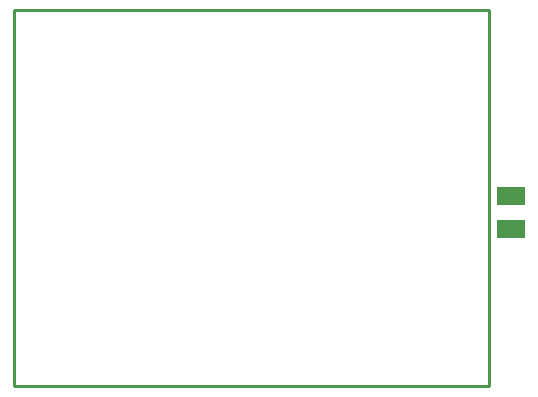
<source format=gbp>
G04*
G04 #@! TF.GenerationSoftware,Altium Limited,Altium Designer,23.6.0 (18)*
G04*
G04 Layer_Color=128*
%FSLAX43Y43*%
%MOMM*%
G71*
G04*
G04 #@! TF.SameCoordinates,1F856303-4855-4FAD-9779-59D88F79B900*
G04*
G04*
G04 #@! TF.FilePolarity,Positive*
G04*
G01*
G75*
%ADD10C,0.254*%
%ADD48R,2.400X1.600*%
D10*
X-0Y-4D02*
X40150D01*
X-0Y31796D02*
X40150D01*
Y-4D02*
Y31796D01*
X-0Y-4D02*
Y31796D01*
D48*
X42050Y13275D02*
D03*
Y16125D02*
D03*
M02*

</source>
